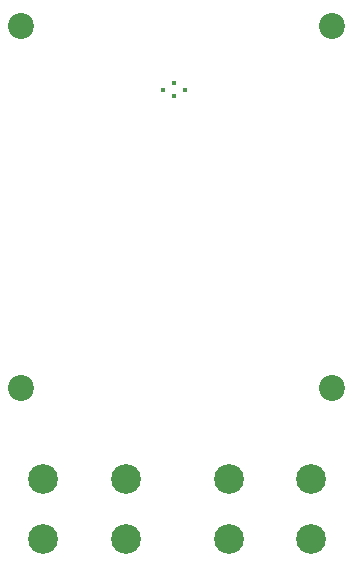
<source format=gbr>
%TF.GenerationSoftware,KiCad,Pcbnew,(6.0.8-1)-1*%
%TF.CreationDate,2022-10-03T20:28:42-04:00*%
%TF.ProjectId,TPS40305_supply,54505334-3033-4303-955f-737570706c79,rev?*%
%TF.SameCoordinates,Original*%
%TF.FileFunction,Soldermask,Bot*%
%TF.FilePolarity,Negative*%
%FSLAX46Y46*%
G04 Gerber Fmt 4.6, Leading zero omitted, Abs format (unit mm)*
G04 Created by KiCad (PCBNEW (6.0.8-1)-1) date 2022-10-03 20:28:42*
%MOMM*%
%LPD*%
G01*
G04 APERTURE LIST*
%ADD10C,2.200000*%
%ADD11C,0.400000*%
%ADD12C,2.520000*%
G04 APERTURE END LIST*
D10*
%TO.C,H4*%
X113230000Y-73640000D03*
%TD*%
%TO.C,H3*%
X86900000Y-42990000D03*
%TD*%
%TO.C,H2*%
X86900000Y-73640000D03*
%TD*%
%TO.C,H1*%
X113230000Y-42990000D03*
%TD*%
D11*
%TO.C,U1*%
X100761091Y-48340800D03*
X99811091Y-48915800D03*
X99811091Y-47765800D03*
X98861091Y-48340800D03*
%TD*%
D12*
%TO.C,J1*%
X88763200Y-86360000D03*
X88763200Y-81280000D03*
%TD*%
%TO.C,J3*%
X111420000Y-86360000D03*
X111420000Y-81280000D03*
%TD*%
%TO.C,J2*%
X95748200Y-86360000D03*
X95748200Y-81280000D03*
%TD*%
%TO.C,J4*%
X104435000Y-86360000D03*
X104435000Y-81280000D03*
%TD*%
M02*

</source>
